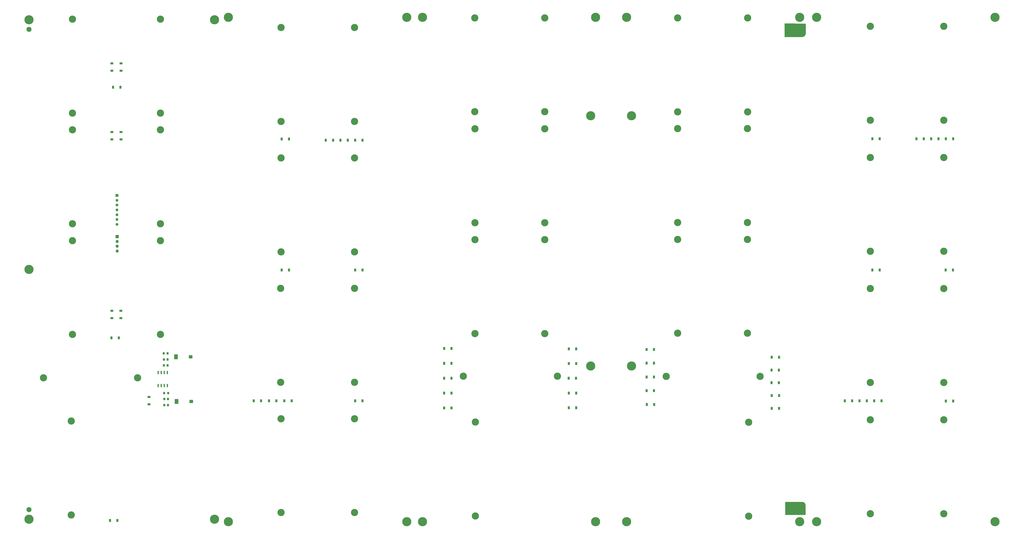
<source format=gbr>
%TF.GenerationSoftware,KiCad,Pcbnew,9.0.1*%
%TF.CreationDate,2025-04-05T23:02:22-07:00*%
%TF.ProjectId,FlexDeploySidePanels,466c6578-4465-4706-9c6f-795369646550,3.3*%
%TF.SameCoordinates,Original*%
%TF.FileFunction,Soldermask,Top*%
%TF.FilePolarity,Negative*%
%FSLAX46Y46*%
G04 Gerber Fmt 4.6, Leading zero omitted, Abs format (unit mm)*
G04 Created by KiCad (PCBNEW 9.0.1) date 2025-04-05 23:02:22*
%MOMM*%
%LPD*%
G01*
G04 APERTURE LIST*
G04 Aperture macros list*
%AMRoundRect*
0 Rectangle with rounded corners*
0 $1 Rounding radius*
0 $2 $3 $4 $5 $6 $7 $8 $9 X,Y pos of 4 corners*
0 Add a 4 corners polygon primitive as box body*
4,1,4,$2,$3,$4,$5,$6,$7,$8,$9,$2,$3,0*
0 Add four circle primitives for the rounded corners*
1,1,$1+$1,$2,$3*
1,1,$1+$1,$4,$5*
1,1,$1+$1,$6,$7*
1,1,$1+$1,$8,$9*
0 Add four rect primitives between the rounded corners*
20,1,$1+$1,$2,$3,$4,$5,0*
20,1,$1+$1,$4,$5,$6,$7,0*
20,1,$1+$1,$6,$7,$8,$9,0*
20,1,$1+$1,$8,$9,$2,$3,0*%
G04 Aperture macros list end*
%ADD10C,0.150000*%
%ADD11R,0.850000X1.200000*%
%ADD12C,3.000000*%
%ADD13RoundRect,0.200000X0.200000X0.275000X-0.200000X0.275000X-0.200000X-0.275000X0.200000X-0.275000X0*%
%ADD14RoundRect,0.225000X0.225000X0.250000X-0.225000X0.250000X-0.225000X-0.250000X0.225000X-0.250000X0*%
%ADD15R,1.150000X1.150000*%
%ADD16C,1.150000*%
%ADD17C,2.600000*%
%ADD18C,3.800000*%
%ADD19R,1.200000X0.850000*%
%ADD20RoundRect,0.187500X0.562500X0.862500X-0.562500X0.862500X-0.562500X-0.862500X0.562500X-0.862500X0*%
%ADD21RoundRect,0.162500X0.587500X0.487500X-0.587500X0.487500X-0.587500X-0.487500X0.587500X-0.487500X0*%
%ADD22RoundRect,0.175000X0.525000X0.825000X-0.525000X0.825000X-0.525000X-0.825000X0.525000X-0.825000X0*%
%ADD23RoundRect,0.150000X0.550000X0.450000X-0.550000X0.450000X-0.550000X-0.450000X0.550000X-0.450000X0*%
%ADD24R,0.533400X1.460500*%
%ADD25RoundRect,0.076200X-0.575000X0.575000X-0.575000X-0.575000X0.575000X-0.575000X0.575000X0.575000X0*%
%ADD26C,1.302400*%
%ADD27C,2.100000*%
G04 APERTURE END LIST*
D10*
X413740600Y-303758600D02*
X414147000Y-304038000D01*
X414477200Y-304495200D01*
X414553400Y-305079400D01*
X414553400Y-308940200D01*
X406222200Y-308940200D01*
X406222200Y-303631600D01*
X413232600Y-303631600D01*
X413740600Y-303758600D01*
G36*
X413740600Y-303758600D02*
G01*
X414147000Y-304038000D01*
X414477200Y-304495200D01*
X414553400Y-305079400D01*
X414553400Y-308940200D01*
X406222200Y-308940200D01*
X406222200Y-303631600D01*
X413232600Y-303631600D01*
X413740600Y-303758600D01*
G37*
X414578800Y-104927400D02*
X414578800Y-109194600D01*
X414274000Y-109855000D01*
X413791400Y-110236000D01*
X413283400Y-110363000D01*
X405993600Y-110363000D01*
X405993600Y-104902000D01*
X414578800Y-104927400D01*
G36*
X414578800Y-104927400D02*
G01*
X414578800Y-109194600D01*
X414274000Y-109855000D01*
X413791400Y-110236000D01*
X413283400Y-110363000D01*
X405993600Y-110363000D01*
X405993600Y-104902000D01*
X414578800Y-104927400D01*
G37*
D11*
%TO.C,D15*%
X403625000Y-259375716D03*
X400575000Y-259375716D03*
%TD*%
%TO.C,D7*%
X443025000Y-261574797D03*
X446075000Y-261574797D03*
%TD*%
D12*
%TO.C,SC1*%
X471950000Y-308454797D03*
X471950000Y-269454797D03*
%TD*%
D13*
%TO.C,R2*%
X149986000Y-241868000D03*
X148336000Y-241868000D03*
%TD*%
D12*
%TO.C,SC21*%
X306400000Y-141450000D03*
X306400000Y-102450000D03*
%TD*%
%TO.C,SC38*%
X147000000Y-141999000D03*
X147000000Y-102999000D03*
%TD*%
D14*
%TO.C,C1*%
X150114000Y-263368000D03*
X148564000Y-263368000D03*
%TD*%
D11*
%TO.C,D10*%
X348675000Y-251650000D03*
X351725000Y-251650000D03*
%TD*%
D15*
%TO.C,J1*%
X128950000Y-176249999D03*
D16*
X128950000Y-178250000D03*
X128950000Y-180249999D03*
X128950000Y-182250000D03*
X128950000Y-184249998D03*
X128950000Y-186249999D03*
X128950000Y-188249998D03*
%TD*%
D12*
%TO.C,SC18*%
X277450000Y-194650000D03*
X277450000Y-233650000D03*
%TD*%
D11*
%TO.C,D45*%
X430845000Y-261574797D03*
X433895000Y-261574797D03*
%TD*%
%TO.C,D9*%
X348675000Y-257358571D03*
X351725000Y-257358571D03*
%TD*%
D12*
%TO.C,SC13*%
X390600000Y-141500000D03*
X390600000Y-102500000D03*
%TD*%
D17*
%TO.C,H18*%
X169450000Y-103250000D03*
D18*
X169450000Y-103250000D03*
%TD*%
D12*
%TO.C,SC17*%
X272650000Y-251300000D03*
X311650000Y-251300000D03*
%TD*%
D19*
%TO.C,D35*%
X126850000Y-227225000D03*
X126850000Y-224175000D03*
%TD*%
%TO.C,D37*%
X126875000Y-124400000D03*
X126875000Y-121350000D03*
%TD*%
D12*
%TO.C,SC11*%
X361500000Y-148500000D03*
X361500000Y-187500000D03*
%TD*%
%TO.C,SC25*%
X197000000Y-269000000D03*
X197000000Y-308000000D03*
%TD*%
D11*
%TO.C,D49*%
X215600000Y-153300000D03*
X218650000Y-153300000D03*
%TD*%
D13*
%TO.C,R1*%
X150164000Y-258348000D03*
X148514000Y-258348000D03*
%TD*%
D11*
%TO.C,D13*%
X403550000Y-248758572D03*
X400500000Y-248758572D03*
%TD*%
D14*
%TO.C,C3*%
X149936000Y-246888000D03*
X148386000Y-246888000D03*
%TD*%
D17*
%TO.C,H21*%
X92450000Y-310750000D03*
D18*
X92450000Y-310750000D03*
%TD*%
D20*
%TO.C,D51*%
X153668000Y-261874000D03*
D21*
X159768000Y-261874000D03*
D22*
X153668000Y-261874000D03*
D23*
X159768000Y-261874000D03*
%TD*%
D12*
%TO.C,SC34*%
X98500000Y-252000000D03*
X137500000Y-252000000D03*
%TD*%
D17*
%TO.C,H8*%
X340400000Y-311750000D03*
D18*
X340400000Y-311750000D03*
%TD*%
D12*
%TO.C,SC20*%
X277400000Y-102450000D03*
X277400000Y-141450000D03*
%TD*%
%TO.C,SC6*%
X441450000Y-160454797D03*
X441450000Y-199454797D03*
%TD*%
D11*
%TO.C,D43*%
X348725000Y-263108571D03*
X351775000Y-263108571D03*
%TD*%
D12*
%TO.C,SC10*%
X361500000Y-194500000D03*
X361500000Y-233500000D03*
%TD*%
D11*
%TO.C,D41*%
X185650000Y-261620000D03*
X188700000Y-261620000D03*
%TD*%
%TO.C,D24*%
X316360000Y-264430000D03*
X319410000Y-264430000D03*
%TD*%
D19*
%TO.C,D36*%
X126850000Y-152975000D03*
X126850000Y-149925000D03*
%TD*%
D17*
%TO.C,H1*%
X493200000Y-311750000D03*
D18*
X493200000Y-311750000D03*
%TD*%
D12*
%TO.C,SC30*%
X227500000Y-199666666D03*
X227500000Y-160666666D03*
%TD*%
D11*
%TO.C,D11*%
X348675000Y-245941429D03*
X351725000Y-245941429D03*
%TD*%
D17*
%TO.C,H9*%
X327500000Y-311750000D03*
D18*
X327500000Y-311750000D03*
%TD*%
D24*
%TO.C,U1*%
X146020850Y-255250000D03*
X147290850Y-255250000D03*
X148560850Y-255250000D03*
X149830850Y-255250000D03*
X149830850Y-249801700D03*
X148560850Y-249801700D03*
X147290850Y-249801700D03*
X146020850Y-249801700D03*
%TD*%
D17*
%TO.C,H5*%
X412200000Y-311750000D03*
D18*
X412200000Y-311750000D03*
%TD*%
D17*
%TO.C,H7*%
X340400000Y-102250000D03*
D18*
X340400000Y-102250000D03*
%TD*%
D11*
%TO.C,D27*%
X197311000Y-207250000D03*
X200361000Y-207250000D03*
%TD*%
D17*
%TO.C,H24*%
X342400000Y-247100000D03*
D18*
X342400000Y-247100000D03*
%TD*%
D11*
%TO.C,D28*%
X197311000Y-152750000D03*
X200361000Y-152750000D03*
%TD*%
D12*
%TO.C,SC16*%
X391000000Y-309510000D03*
X391000000Y-270510000D03*
%TD*%
D17*
%TO.C,H16*%
X175200000Y-311750000D03*
D18*
X175200000Y-311750000D03*
%TD*%
D12*
%TO.C,SC9*%
X395750000Y-251460000D03*
X356750000Y-251460000D03*
%TD*%
D17*
%TO.C,H14*%
X249200000Y-102250000D03*
D18*
X249200000Y-102250000D03*
%TD*%
D11*
%TO.C,D12*%
X348675000Y-240232858D03*
X351725000Y-240232858D03*
%TD*%
%TO.C,D5*%
X442275000Y-152704797D03*
X445325000Y-152704797D03*
%TD*%
%TO.C,D47*%
X316360000Y-240010000D03*
X319410000Y-240010000D03*
%TD*%
D19*
%TO.C,D40*%
X130600000Y-224175000D03*
X130600000Y-227225000D03*
%TD*%
D11*
%TO.C,D26*%
X198400000Y-261600000D03*
X201450000Y-261600000D03*
%TD*%
D12*
%TO.C,SC26*%
X196850000Y-214833332D03*
X196850000Y-253833332D03*
%TD*%
D17*
%TO.C,H6*%
X412200000Y-102250000D03*
D18*
X412200000Y-102250000D03*
%TD*%
D17*
%TO.C,H22*%
X342400000Y-143100000D03*
D18*
X342400000Y-143100000D03*
%TD*%
D11*
%TO.C,D44*%
X264680000Y-264580000D03*
X267730000Y-264580000D03*
%TD*%
D17*
%TO.C,H13*%
X249200000Y-311750000D03*
D18*
X249200000Y-311750000D03*
%TD*%
D17*
%TO.C,H19*%
X92456000Y-103251000D03*
D18*
X92456000Y-103251000D03*
%TD*%
D11*
%TO.C,D21*%
X319410000Y-246115000D03*
X316360000Y-246115000D03*
%TD*%
D12*
%TO.C,SC7*%
X441450000Y-214954797D03*
X441450000Y-253954797D03*
%TD*%
D11*
%TO.C,D46*%
X460550000Y-152700000D03*
X463600000Y-152700000D03*
%TD*%
%TO.C,D19*%
X264680000Y-245995000D03*
X267730000Y-245995000D03*
%TD*%
D17*
%TO.C,H25*%
X325500000Y-247100000D03*
D18*
X325500000Y-247100000D03*
%TD*%
D12*
%TO.C,SC14*%
X390500000Y-187500000D03*
X390500000Y-148500000D03*
%TD*%
D19*
%TO.C,D33*%
X142250000Y-263025000D03*
X142250000Y-259975000D03*
%TD*%
D25*
%TO.C,J4*%
X129000000Y-193350000D03*
D26*
X129000000Y-195350000D03*
X129000000Y-197350000D03*
X129000000Y-199350000D03*
%TD*%
D17*
%TO.C,H4*%
X419220000Y-311750000D03*
D18*
X419220000Y-311750000D03*
%TD*%
D12*
%TO.C,SC37*%
X110500000Y-103000000D03*
X110500000Y-142000000D03*
%TD*%
%TO.C,SC39*%
X147000000Y-188000000D03*
X147000000Y-149000000D03*
%TD*%
D11*
%TO.C,D32*%
X227791000Y-261620000D03*
X230841000Y-261620000D03*
%TD*%
D12*
%TO.C,SC35*%
X110500000Y-195000000D03*
X110500000Y-234000000D03*
%TD*%
D17*
%TO.C,H23*%
X325500000Y-143100000D03*
D18*
X325500000Y-143100000D03*
%TD*%
D12*
%TO.C,SC15*%
X390500000Y-233500000D03*
X390500000Y-194500000D03*
%TD*%
%TO.C,SC28*%
X197000000Y-106500000D03*
X197000000Y-145500000D03*
%TD*%
D19*
%TO.C,D38*%
X130650000Y-121350000D03*
X130650000Y-124400000D03*
%TD*%
D12*
%TO.C,SC3*%
X471950000Y-199454797D03*
X471950000Y-160454797D03*
%TD*%
%TO.C,SC32*%
X227500000Y-308000000D03*
X227500000Y-269000000D03*
%TD*%
D17*
%TO.C,H15*%
X175200000Y-102250000D03*
D18*
X175200000Y-102250000D03*
%TD*%
D11*
%TO.C,D3*%
X472755000Y-152704797D03*
X475805000Y-152704797D03*
%TD*%
D12*
%TO.C,SC31*%
X227500000Y-253833332D03*
X227500000Y-214833332D03*
%TD*%
%TO.C,SC5*%
X441450000Y-105954797D03*
X441450000Y-144954797D03*
%TD*%
D11*
%TO.C,D23*%
X319410000Y-258325000D03*
X316360000Y-258325000D03*
%TD*%
%TO.C,D1*%
X472775000Y-261704797D03*
X475825000Y-261704797D03*
%TD*%
D27*
%TO.C,J3*%
X92450000Y-306750000D03*
%TD*%
D17*
%TO.C,H12*%
X255700000Y-311750000D03*
D18*
X255700000Y-311750000D03*
%TD*%
D12*
%TO.C,SC19*%
X277450000Y-148550000D03*
X277450000Y-187550000D03*
%TD*%
D11*
%TO.C,D50*%
X127350000Y-131300000D03*
X130400000Y-131300000D03*
%TD*%
%TO.C,D29*%
X221675000Y-153300000D03*
X224725000Y-153300000D03*
%TD*%
D12*
%TO.C,SC22*%
X306450000Y-187550000D03*
X306450000Y-148550000D03*
%TD*%
D17*
%TO.C,H17*%
X169450000Y-310769000D03*
D18*
X169450000Y-310769000D03*
%TD*%
D12*
%TO.C,SC12*%
X361500000Y-102500000D03*
X361500000Y-141500000D03*
%TD*%
D17*
%TO.C,H3*%
X419200000Y-102250000D03*
D18*
X419200000Y-102250000D03*
%TD*%
D12*
%TO.C,SC8*%
X441450000Y-269454797D03*
X441450000Y-308454797D03*
%TD*%
D11*
%TO.C,D42*%
X129090000Y-311250000D03*
X126040000Y-311250000D03*
%TD*%
%TO.C,D30*%
X227766000Y-153300000D03*
X230816000Y-153300000D03*
%TD*%
%TO.C,D2*%
X472735000Y-207204797D03*
X475785000Y-207204797D03*
%TD*%
%TO.C,D25*%
X192050000Y-261600000D03*
X195100000Y-261600000D03*
%TD*%
D27*
%TO.C,J2*%
X92450000Y-107200000D03*
%TD*%
D17*
%TO.C,H2*%
X493200000Y-102250000D03*
D18*
X493200000Y-102250000D03*
%TD*%
D12*
%TO.C,SC33*%
X110000000Y-270000000D03*
X110000000Y-309000000D03*
%TD*%
D11*
%TO.C,D20*%
X264680000Y-239800000D03*
X267730000Y-239800000D03*
%TD*%
D12*
%TO.C,SC24*%
X277600000Y-309400000D03*
X277600000Y-270400000D03*
%TD*%
%TO.C,SC4*%
X471950000Y-144954797D03*
X471950000Y-105954797D03*
%TD*%
%TO.C,SC36*%
X110500000Y-149000000D03*
X110500000Y-188000000D03*
%TD*%
D17*
%TO.C,H11*%
X255700000Y-102250000D03*
D18*
X255700000Y-102250000D03*
%TD*%
D11*
%TO.C,D48*%
X400525000Y-243450000D03*
X403575000Y-243450000D03*
%TD*%
D17*
%TO.C,H10*%
X327500000Y-102250000D03*
D18*
X327500000Y-102250000D03*
%TD*%
D12*
%TO.C,SC23*%
X306450000Y-233650000D03*
X306450000Y-194650000D03*
%TD*%
%TO.C,SC2*%
X471950000Y-253954797D03*
X471950000Y-214954797D03*
%TD*%
D11*
%TO.C,D17*%
X264680000Y-258385000D03*
X267730000Y-258385000D03*
%TD*%
D20*
%TO.C,D52*%
X153420000Y-243332000D03*
D21*
X159520000Y-243332000D03*
D22*
X153420000Y-243332000D03*
D23*
X159520000Y-243332000D03*
%TD*%
D11*
%TO.C,D16*%
X400585000Y-264684288D03*
X403635000Y-264684288D03*
%TD*%
%TO.C,D6*%
X442275000Y-207204797D03*
X445325000Y-207204797D03*
%TD*%
%TO.C,D14*%
X403550000Y-254067144D03*
X400500000Y-254067144D03*
%TD*%
D14*
%TO.C,C4*%
X149936000Y-244378000D03*
X148386000Y-244378000D03*
%TD*%
D12*
%TO.C,SC40*%
X147000000Y-234000000D03*
X147000000Y-195000000D03*
%TD*%
D11*
%TO.C,D4*%
X466650000Y-152700000D03*
X469700000Y-152700000D03*
%TD*%
%TO.C,D34*%
X129750000Y-235425000D03*
X126700000Y-235425000D03*
%TD*%
%TO.C,D18*%
X264680000Y-252190000D03*
X267730000Y-252190000D03*
%TD*%
%TO.C,D31*%
X227791000Y-207250000D03*
X230841000Y-207250000D03*
%TD*%
D12*
%TO.C,SC27*%
X197000000Y-160666666D03*
X197000000Y-199666666D03*
%TD*%
D17*
%TO.C,H20*%
X92450000Y-207000000D03*
D18*
X92450000Y-207000000D03*
%TD*%
D19*
%TO.C,D39*%
X130625000Y-149925000D03*
X130625000Y-152975000D03*
%TD*%
D11*
%TO.C,D22*%
X319390000Y-252220000D03*
X316340000Y-252220000D03*
%TD*%
D14*
%TO.C,C2*%
X150114000Y-260858000D03*
X148564000Y-260858000D03*
%TD*%
D12*
%TO.C,SC29*%
X227500000Y-145500000D03*
X227500000Y-106500000D03*
%TD*%
D11*
%TO.C,D8*%
X436950000Y-261574797D03*
X440000000Y-261574797D03*
%TD*%
M02*

</source>
